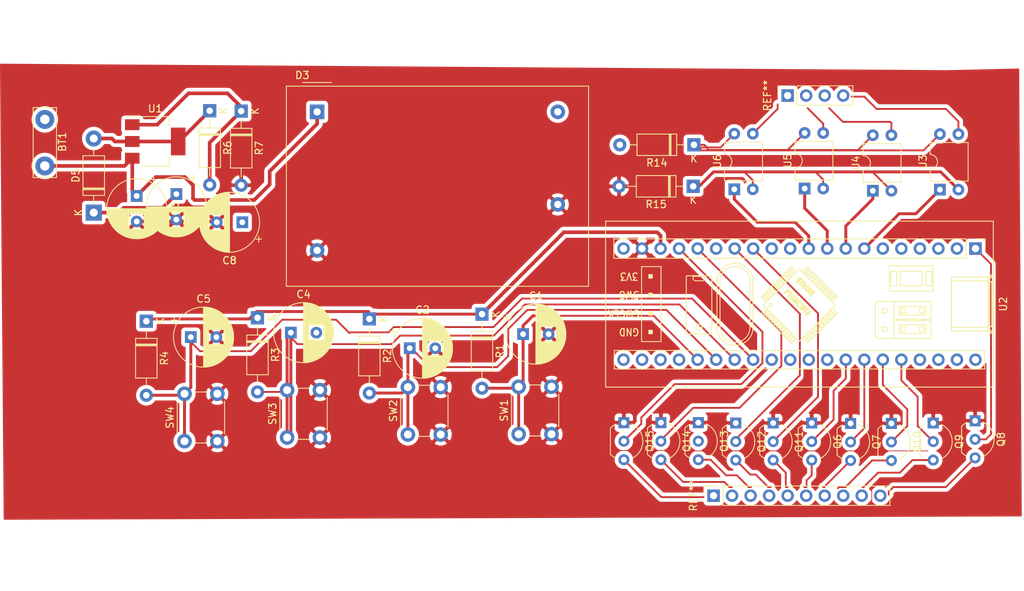
<source format=kicad_pcb>
(kicad_pcb (version 20171130) (host pcbnew "(5.1.9)-1")
  (layers (0 F.Cu signal) (31 B.Cu signal) (34 B.Paste user) (35 F.Paste user) (36 B.SilkS user) (37 F.SilkS user) (38 B.Mask user) (39 F.Mask user) (44 Edge.Cuts user))
  (net 0 "")
  (net 1 "Net-(BT1-Pad1)")
  (net 2 GND)
  (net 3 "Net-(C7-Pad1)")
  (net 4 /V)
  (net 5 "Net-(D9-Pad1)")
  (net 6 "Net-(D11-Pad1)")
  (net 7 "Net-(D12-Pad1)")
  (net 8 /X0)
  (net 9 /X9)
  (net 10 /X8)
  (net 11 /X7)
  (net 12 /X6)
  (net 13 /Y4)
  (net 14 /Y3)
  (net 15 /X1)
  (net 16 /Y2)
  (net 17 /X2)
  (net 18 /X5)
  (net 19 /X4)
  (net 20 /X3)
  (net 21 "Net-(D14-Pad1)")
  (net 22 "Net-(R6-Pad2)")
  (net 23 "Net-(R14-Pad1)")
  (net 24 "Net-(R15-Pad1)")
  (net 25 "Net-(D3-Pad3)")
  (net 26 "Net-(D18-Pad1)")
  (net 27 "Net-(D19-Pad1)")
  (net 28 "Net-(D21-Pad1)")
  (net 29 "Net-(D22-Pad1)")
  (net 30 "Net-(D15-Pad1)")
  (net 31 "Net-(D16-Pad1)")
  (net 32 "Net-(D17-Pad1)")
  (net 33 "Net-(D20-Pad1)")
  (net 34 "Net-(D25-Pad1)")
  (net 35 "Net-(D29-Pad1)")
  (net 36 "Net-(U2-Pad20)")
  (net 37 "Net-(U2-Pad21)")
  (net 38 "Net-(U2-Pad22)")
  (net 39 "Net-(U2-Pad23)")
  (net 40 "Net-(U2-Pad24)")
  (net 41 "Net-(U2-Pad12)")
  (net 42 "Net-(U2-Pad29)")
  (net 43 "Net-(U2-Pad11)")
  (net 44 "Net-(U2-Pad30)")
  (net 45 "Net-(U2-Pad31)")
  (net 46 "Net-(U2-Pad32)")
  (net 47 /Y1)
  (net 48 "Net-(U2-Pad6)")
  (net 49 "Net-(U2-Pad5)")
  (net 50 "Net-(U2-Pad4)")
  (net 51 "Net-(U2-Pad37)")
  (net 52 "Net-(U2-Pad3)")
  (net 53 "Net-(U2-Pad38)")
  (net 54 "Net-(U2-Pad2)")
  (net 55 "Net-(U2-Pad39)")
  (net 56 "Net-(U2-Pad40)")
  (net 57 /buff_tame_1)
  (net 58 /buff_tame_2)
  (net 59 /buff_tame_3)
  (net 60 /buff_tame_4)
  (module Footprints:YAAJ_BluePill_1 (layer F.Cu) (at 212.7504 97.3836 270)
    (fp_text reference U2 (at 7.62 -3.81 90) (layer F.SilkS))
    (fp_text value YAAJ_BluePill_Part_Like hide)
    (fp_text user GND (at 11.43 47.498 180 unlocked) (layer F.SilkS) (effects (font (size 1 0.9))))
    (fp_text user SWCLK (at 8.89 48.26 180 unlocked) (layer F.SilkS) (effects (font (size 1 0.9))))
    (fp_text user SWO (at 6.35 47.498 180 unlocked) (layer F.SilkS) (effects (font (size 1 0.9))))
    (fp_text user 3V3 (at 3.81 47.498 180 unlocked) (layer F.SilkS) (effects (font (size 1 0.9))))
    (pad 20 thru_hole circle (at 0 48.26 270) (size 1.7 1.7) (drill 1) (layers *.Cu *.Mask) (net 36 "Net-(U2-Pad20)"))
    (pad 21 thru_hole circle (at 15.24 48.26 270) (size 1.7 1.7) (drill 1) (layers *.Cu *.Mask) (net 37 "Net-(U2-Pad21)"))
    (pad 19 thru_hole circle (at 0 45.72 270) (size 1.7 1.7) (drill 1) (layers *.Cu *.Mask) (net 2 GND))
    (pad 22 thru_hole circle (at 15.24 45.72 270) (size 1.7 1.7) (drill 1) (layers *.Cu *.Mask) (net 38 "Net-(U2-Pad22)"))
    (pad 18 thru_hole circle (at 0 43.18 270) (size 1.7 1.7) (drill 1) (layers *.Cu *.Mask) (net 4 /V))
    (pad 23 thru_hole circle (at 15.24 43.18 270) (size 1.7 1.7) (drill 1) (layers *.Cu *.Mask) (net 39 "Net-(U2-Pad23)"))
    (pad 17 thru_hole circle (at 0 40.64 270) (size 1.7 1.7) (drill 1) (layers *.Cu *.Mask) (net 8 /X0))
    (pad 24 thru_hole circle (at 15.24 40.64 270) (size 1.7 1.7) (drill 1) (layers *.Cu *.Mask) (net 40 "Net-(U2-Pad24)"))
    (pad 16 thru_hole circle (at 0 38.1 270) (size 1.7 1.7) (drill 1) (layers *.Cu *.Mask) (net 9 /X9))
    (pad 25 thru_hole circle (at 15.24 38.1 270) (size 1.7 1.7) (drill 1) (layers *.Cu *.Mask) (net 57 /buff_tame_1))
    (pad 15 thru_hole circle (at 0 35.56 270) (size 1.7 1.7) (drill 1) (layers *.Cu *.Mask) (net 10 /X8))
    (pad 26 thru_hole circle (at 15.24 35.56 270) (size 1.7 1.7) (drill 1) (layers *.Cu *.Mask) (net 58 /buff_tame_2))
    (pad 14 thru_hole circle (at 0 33.02 270) (size 1.7 1.7) (drill 1) (layers *.Cu *.Mask) (net 11 /X7))
    (pad 27 thru_hole circle (at 15.24 33.02 270) (size 1.7 1.7) (drill 1) (layers *.Cu *.Mask) (net 59 /buff_tame_3))
    (pad 13 thru_hole circle (at 0 30.48 270) (size 1.7 1.7) (drill 1) (layers *.Cu *.Mask) (net 12 /X6))
    (pad 28 thru_hole circle (at 15.24 30.48 270) (size 1.7 1.7) (drill 1) (layers *.Cu *.Mask) (net 60 /buff_tame_4))
    (pad 12 thru_hole circle (at 0 27.94 270) (size 1.7 1.7) (drill 1) (layers *.Cu *.Mask) (net 41 "Net-(U2-Pad12)"))
    (pad 29 thru_hole circle (at 15.24 27.94 270) (size 1.7 1.7) (drill 1) (layers *.Cu *.Mask) (net 42 "Net-(U2-Pad29)"))
    (pad 11 thru_hole circle (at 0 25.4 270) (size 1.7 1.7) (drill 1) (layers *.Cu *.Mask) (net 43 "Net-(U2-Pad11)"))
    (pad 30 thru_hole circle (at 15.24 25.4 270) (size 1.7 1.7) (drill 1) (layers *.Cu *.Mask) (net 44 "Net-(U2-Pad30)"))
    (pad 10 thru_hole circle (at 0 22.86 270) (size 1.7 1.7) (drill 1) (layers *.Cu *.Mask) (net 13 /Y4))
    (pad 31 thru_hole circle (at 15.24 22.86 270) (size 1.7 1.7) (drill 1) (layers *.Cu *.Mask) (net 45 "Net-(U2-Pad31)"))
    (pad 9 thru_hole circle (at 0 20.32 270) (size 1.7 1.7) (drill 1) (layers *.Cu *.Mask) (net 14 /Y3))
    (pad 32 thru_hole circle (at 15.24 20.32 270) (size 1.7 1.7) (drill 1) (layers *.Cu *.Mask) (net 46 "Net-(U2-Pad32)"))
    (pad 8 thru_hole circle (at 0 17.78 270) (size 1.7 1.7) (drill 1) (layers *.Cu *.Mask) (net 16 /Y2))
    (pad 33 thru_hole circle (at 15.24 17.78 270) (size 1.7 1.7) (drill 1) (layers *.Cu *.Mask) (net 15 /X1))
    (pad 7 thru_hole circle (at 0 15.24 270) (size 1.7 1.7) (drill 1) (layers *.Cu *.Mask) (net 47 /Y1))
    (pad 34 thru_hole circle (at 15.24 15.24 270) (size 1.7 1.7) (drill 1) (layers *.Cu *.Mask) (net 17 /X2))
    (pad 6 thru_hole circle (at 0 12.7 270) (size 1.7 1.7) (drill 1) (layers *.Cu *.Mask) (net 48 "Net-(U2-Pad6)"))
    (pad 35 thru_hole circle (at 15.24 12.7 270) (size 1.7 1.7) (drill 1) (layers *.Cu *.Mask) (net 18 /X5))
    (pad 5 thru_hole circle (at 0 10.16 270) (size 1.7 1.7) (drill 1) (layers *.Cu *.Mask) (net 49 "Net-(U2-Pad5)"))
    (pad 36 thru_hole circle (at 15.24 10.16 270) (size 1.7 1.7) (drill 1) (layers *.Cu *.Mask) (net 19 /X4))
    (pad 4 thru_hole circle (at 0 7.62 270) (size 1.7 1.7) (drill 1) (layers *.Cu *.Mask) (net 50 "Net-(U2-Pad4)"))
    (pad 37 thru_hole circle (at 15.24 7.62 270) (size 1.7 1.7) (drill 1) (layers *.Cu *.Mask) (net 51 "Net-(U2-Pad37)"))
    (pad 3 thru_hole circle (at 0 5.08 270) (size 1.7 1.7) (drill 1) (layers *.Cu *.Mask) (net 52 "Net-(U2-Pad3)"))
    (pad 38 thru_hole circle (at 15.24 5.08 270) (size 1.7 1.7) (drill 1) (layers *.Cu *.Mask) (net 53 "Net-(U2-Pad38)"))
    (pad 2 thru_hole circle (at 0 2.54 270) (size 1.7 1.7) (drill 1) (layers *.Cu *.Mask) (net 54 "Net-(U2-Pad2)"))
    (pad 39 thru_hole circle (at 15.24 2.54 270) (size 1.7 1.7) (drill 1) (layers *.Cu *.Mask) (net 55 "Net-(U2-Pad39)"))
    (pad 1 thru_hole rect (at 0 0 270) (size 1.7 1.7) (drill 1) (layers *.Cu *.Mask) (net 20 /X3))
    (pad 40 thru_hole circle (at 15.24 0 270) (size 1.7 1.7) (drill 1) (layers *.Cu *.Mask) (net 56 "Net-(U2-Pad40)"))
  )
  (module Package_TO_SOT_THT:TO-92_Inline_Wide (layer F.Cu) (at 164.5412 121.2596 270)
    (fp_text reference Q15 (at 2.54 -3.56 90) (layer F.SilkS))
    (fp_text value MPSA42)
    (pad 1 thru_hole rect (at 0 0 270) (size 1.5 1.5) (drill 0.8) (layers *.Cu *.Mask) (net 2 GND))
    (pad 3 thru_hole circle (at 5.08 0 270) (size 1.5 1.5) (drill 0.8) (layers *.Cu *.Mask) (net 35 "Net-(D29-Pad1)"))
    (pad 2 thru_hole circle (at 2.54 0 270) (size 1.5 1.5) (drill 0.8) (layers *.Cu *.Mask) (net 8 /X0))
  )
  (module Package_TO_SOT_THT:TO-92_Inline_Wide (layer F.Cu) (at 169.6212 121.2596 270)
    (fp_text reference Q14 (at 2.54 -3.56 90) (layer F.SilkS))
    (fp_text value MPSA42)
    (pad 1 thru_hole rect (at 0 0 270) (size 1.5 1.5) (drill 0.8) (layers *.Cu *.Mask) (net 2 GND))
    (pad 3 thru_hole circle (at 5.08 0 270) (size 1.5 1.5) (drill 0.8) (layers *.Cu *.Mask) (net 34 "Net-(D25-Pad1)"))
    (pad 2 thru_hole circle (at 2.54 0 270) (size 1.5 1.5) (drill 0.8) (layers *.Cu *.Mask) (net 9 /X9))
  )
  (module Package_TO_SOT_THT:TO-92_Inline_Wide (layer F.Cu) (at 174.752 121.2596 270)
    (fp_text reference Q13 (at 2.54 -3.56 90) (layer F.SilkS))
    (fp_text value MPSA42)
    (pad 1 thru_hole rect (at 0 0 270) (size 1.5 1.5) (drill 0.8) (layers *.Cu *.Mask) (net 2 GND))
    (pad 3 thru_hole circle (at 5.08 0 270) (size 1.5 1.5) (drill 0.8) (layers *.Cu *.Mask) (net 33 "Net-(D20-Pad1)"))
    (pad 2 thru_hole circle (at 2.54 0 270) (size 1.5 1.5) (drill 0.8) (layers *.Cu *.Mask) (net 10 /X8))
  )
  (module Package_TO_SOT_THT:TO-92_Inline_Wide (layer F.Cu) (at 179.8828 121.3104 270)
    (fp_text reference Q12 (at 2.54 -3.56 90) (layer F.SilkS))
    (fp_text value MPSA42)
    (pad 1 thru_hole rect (at 0 0 270) (size 1.5 1.5) (drill 0.8) (layers *.Cu *.Mask) (net 2 GND))
    (pad 3 thru_hole circle (at 5.08 0 270) (size 1.5 1.5) (drill 0.8) (layers *.Cu *.Mask) (net 32 "Net-(D17-Pad1)"))
    (pad 2 thru_hole circle (at 2.54 0 270) (size 1.5 1.5) (drill 0.8) (layers *.Cu *.Mask) (net 11 /X7))
  )
  (module Package_TO_SOT_THT:TO-92_Inline_Wide (layer F.Cu) (at 185.0136 121.3104 270)
    (fp_text reference Q11 (at 2.54 -3.56 90) (layer F.SilkS))
    (fp_text value MPSA42)
    (pad 1 thru_hole rect (at 0 0 270) (size 1.5 1.5) (drill 0.8) (layers *.Cu *.Mask) (net 2 GND))
    (pad 3 thru_hole circle (at 5.08 0 270) (size 1.5 1.5) (drill 0.8) (layers *.Cu *.Mask) (net 31 "Net-(D16-Pad1)"))
    (pad 2 thru_hole circle (at 2.54 0 270) (size 1.5 1.5) (drill 0.8) (layers *.Cu *.Mask) (net 12 /X6))
  )
  (module Package_TO_SOT_THT:TO-92_Inline_Wide (layer F.Cu) (at 201.2188 121.3612 270)
    (fp_text reference Q10 (at 2.54 -3.56 90) (layer F.SilkS))
    (fp_text value MPSA42)
    (pad 1 thru_hole rect (at 0 0 270) (size 1.5 1.5) (drill 0.8) (layers *.Cu *.Mask) (net 2 GND))
    (pad 3 thru_hole circle (at 5.08 0 270) (size 1.5 1.5) (drill 0.8) (layers *.Cu *.Mask) (net 30 "Net-(D15-Pad1)"))
    (pad 2 thru_hole circle (at 2.54 0 270) (size 1.5 1.5) (drill 0.8) (layers *.Cu *.Mask) (net 18 /X5))
  )
  (module Package_TO_SOT_THT:TO-92_Inline_Wide (layer F.Cu) (at 206.9592 121.3104 270)
    (fp_text reference Q9 (at 2.54 -3.56 90) (layer F.SilkS))
    (fp_text value MPSA42)
    (pad 1 thru_hole rect (at 0 0 270) (size 1.5 1.5) (drill 0.8) (layers *.Cu *.Mask) (net 2 GND))
    (pad 3 thru_hole circle (at 5.08 0 270) (size 1.5 1.5) (drill 0.8) (layers *.Cu *.Mask) (net 29 "Net-(D22-Pad1)"))
    (pad 2 thru_hole circle (at 2.54 0 270) (size 1.5 1.5) (drill 0.8) (layers *.Cu *.Mask) (net 19 /X4))
  )
  (module Package_TO_SOT_THT:TO-92_Inline_Wide (layer F.Cu) (at 212.6996 121.0056 270)
    (fp_text reference Q8 (at 2.54 -3.56 90) (layer F.SilkS))
    (fp_text value MPSA42)
    (pad 1 thru_hole rect (at 0 0 270) (size 1.5 1.5) (drill 0.8) (layers *.Cu *.Mask) (net 2 GND))
    (pad 3 thru_hole circle (at 5.08 0 270) (size 1.5 1.5) (drill 0.8) (layers *.Cu *.Mask) (net 28 "Net-(D21-Pad1)"))
    (pad 2 thru_hole circle (at 2.54 0 270) (size 1.5 1.5) (drill 0.8) (layers *.Cu *.Mask) (net 20 /X3))
  )
  (module Package_TO_SOT_THT:TO-92_Inline_Wide (layer F.Cu) (at 195.6308 121.3612 270)
    (fp_text reference Q7 (at 2.54 -3.56 90) (layer F.SilkS))
    (fp_text value MPSA42)
    (pad 1 thru_hole rect (at 0 0 270) (size 1.5 1.5) (drill 0.8) (layers *.Cu *.Mask) (net 2 GND))
    (pad 3 thru_hole circle (at 5.08 0 270) (size 1.5 1.5) (drill 0.8) (layers *.Cu *.Mask) (net 27 "Net-(D19-Pad1)"))
    (pad 2 thru_hole circle (at 2.54 0 270) (size 1.5 1.5) (drill 0.8) (layers *.Cu *.Mask) (net 17 /X2))
  )
  (module Package_TO_SOT_THT:TO-92_Inline_Wide (layer F.Cu) (at 190.2968 121.3104 270)
    (fp_text reference Q6 (at 2.54 -3.56 90) (layer F.SilkS))
    (fp_text value MPSA42)
    (pad 1 thru_hole rect (at 0 0 270) (size 1.5 1.5) (drill 0.8) (layers *.Cu *.Mask) (net 2 GND))
    (pad 3 thru_hole circle (at 5.08 0 270) (size 1.5 1.5) (drill 0.8) (layers *.Cu *.Mask) (net 26 "Net-(D18-Pad1)"))
    (pad 2 thru_hole circle (at 2.54 0 270) (size 1.5 1.5) (drill 0.8) (layers *.Cu *.Mask) (net 15 /X1))
  )
  (module Package_DIP:DIP-4_W7.62mm (layer F.Cu) (at 179.6796 89.2556 90)
    (fp_text reference U6 (at 3.81 -2.33 90) (layer F.SilkS))
    (fp_text value TLP627)
    (pad 4 thru_hole oval (at 7.62 0 90) (size 1.6 1.6) (drill 0.8) (layers *.Cu *.Mask) (net 23 "Net-(R14-Pad1)"))
    (pad 2 thru_hole oval (at 0 2.54 90) (size 1.6 1.6) (drill 0.8) (layers *.Cu *.Mask) (net 24 "Net-(R15-Pad1)"))
    (pad 3 thru_hole oval (at 7.62 2.54 90) (size 1.6 1.6) (drill 0.8) (layers *.Cu *.Mask) (net 5 "Net-(D9-Pad1)"))
    (pad 1 thru_hole rect (at 0 0 90) (size 1.6 1.6) (drill 0.8) (layers *.Cu *.Mask) (net 13 /Y4))
  )
  (module Package_DIP:DIP-4_W7.62mm (layer F.Cu) (at 189.3316 89.154 90)
    (fp_text reference U5 (at 3.81 -2.33 90) (layer F.SilkS))
    (fp_text value TLP627)
    (pad 4 thru_hole oval (at 7.62 0 90) (size 1.6 1.6) (drill 0.8) (layers *.Cu *.Mask) (net 23 "Net-(R14-Pad1)"))
    (pad 2 thru_hole oval (at 0 2.54 90) (size 1.6 1.6) (drill 0.8) (layers *.Cu *.Mask) (net 24 "Net-(R15-Pad1)"))
    (pad 3 thru_hole oval (at 7.62 2.54 90) (size 1.6 1.6) (drill 0.8) (layers *.Cu *.Mask) (net 6 "Net-(D11-Pad1)"))
    (pad 1 thru_hole rect (at 0 0 90) (size 1.6 1.6) (drill 0.8) (layers *.Cu *.Mask) (net 14 /Y3))
  )
  (module Package_DIP:DIP-4_W7.62mm (layer F.Cu) (at 198.6788 89.4588 90)
    (fp_text reference U4 (at 3.81 -2.33 90) (layer F.SilkS))
    (fp_text value TLP627)
    (pad 4 thru_hole oval (at 7.62 0 90) (size 1.6 1.6) (drill 0.8) (layers *.Cu *.Mask) (net 23 "Net-(R14-Pad1)"))
    (pad 2 thru_hole oval (at 0 2.54 90) (size 1.6 1.6) (drill 0.8) (layers *.Cu *.Mask) (net 24 "Net-(R15-Pad1)"))
    (pad 3 thru_hole oval (at 7.62 2.54 90) (size 1.6 1.6) (drill 0.8) (layers *.Cu *.Mask) (net 7 "Net-(D12-Pad1)"))
    (pad 1 thru_hole rect (at 0 0 90) (size 1.6 1.6) (drill 0.8) (layers *.Cu *.Mask) (net 16 /Y2))
  )
  (module Package_DIP:DIP-4_W7.62mm (layer F.Cu) (at 207.8736 89.3064 90)
    (fp_text reference U3 (at 3.81 -2.33 90) (layer F.SilkS))
    (fp_text value TLP627)
    (pad 4 thru_hole oval (at 7.62 0 90) (size 1.6 1.6) (drill 0.8) (layers *.Cu *.Mask) (net 23 "Net-(R14-Pad1)"))
    (pad 2 thru_hole oval (at 0 2.54 90) (size 1.6 1.6) (drill 0.8) (layers *.Cu *.Mask) (net 24 "Net-(R15-Pad1)"))
    (pad 3 thru_hole oval (at 7.62 2.54 90) (size 1.6 1.6) (drill 0.8) (layers *.Cu *.Mask) (net 21 "Net-(D14-Pad1)"))
    (pad 1 thru_hole rect (at 0 0 90) (size 1.6 1.6) (drill 0.8) (layers *.Cu *.Mask) (net 47 /Y1))
  )
  (module Package_TO_SOT_SMD:SOT-223-3_TabPin2 (layer F.Cu) (at 100.2792 82.7024)
    (fp_text reference U1 (at 0 -4.5) (layer F.SilkS))
    (fp_text value LM317_SOT-223)
    (pad 1 smd rect (at -3.15 -2.3) (size 2 1.5) (layers F.Cu F.Paste F.Mask) (net 22 "Net-(R6-Pad2)"))
    (pad 3 smd rect (at -3.15 2.3) (size 2 1.5) (layers F.Cu F.Paste F.Mask) (net 1 "Net-(BT1-Pad1)"))
    (pad 2 smd rect (at -3.15 0) (size 2 1.5) (layers F.Cu F.Paste F.Mask) (net 4 /V))
    (pad 2 smd rect (at 3.15 0) (size 2 3.8) (layers F.Cu F.Paste F.Mask) (net 4 /V))
  )
  (module Button_Switch_THT:SW_PUSH_6mm (layer F.Cu) (at 104.2924 123.7996 90)
    (fp_text reference SW4 (at 3.25 -2 90) (layer F.SilkS))
    (fp_text value SW_Push)
    (pad 1 thru_hole circle (at 6.5 0 180) (size 2 2) (drill 1.1) (layers *.Cu *.Mask) (net 60 /buff_tame_4))
    (pad 2 thru_hole circle (at 6.5 4.5 180) (size 2 2) (drill 1.1) (layers *.Cu *.Mask) (net 2 GND))
    (pad 1 thru_hole circle (at 0 0 180) (size 2 2) (drill 1.1) (layers *.Cu *.Mask) (net 60 /buff_tame_4))
    (pad 2 thru_hole circle (at 0 4.5 180) (size 2 2) (drill 1.1) (layers *.Cu *.Mask) (net 2 GND))
  )
  (module Button_Switch_THT:SW_PUSH_6mm (layer F.Cu) (at 118.364 123.2916 90)
    (fp_text reference SW3 (at 3.25 -2 90) (layer F.SilkS))
    (fp_text value SW_Push)
    (pad 1 thru_hole circle (at 6.5 0 180) (size 2 2) (drill 1.1) (layers *.Cu *.Mask) (net 59 /buff_tame_3))
    (pad 2 thru_hole circle (at 6.5 4.5 180) (size 2 2) (drill 1.1) (layers *.Cu *.Mask) (net 2 GND))
    (pad 1 thru_hole circle (at 0 0 180) (size 2 2) (drill 1.1) (layers *.Cu *.Mask) (net 59 /buff_tame_3))
    (pad 2 thru_hole circle (at 0 4.5 180) (size 2 2) (drill 1.1) (layers *.Cu *.Mask) (net 2 GND))
  )
  (module Button_Switch_THT:SW_PUSH_6mm (layer F.Cu) (at 134.9248 122.8852 90)
    (fp_text reference SW2 (at 3.25 -2 90) (layer F.SilkS))
    (fp_text value SW_Push)
    (pad 1 thru_hole circle (at 6.5 0 180) (size 2 2) (drill 1.1) (layers *.Cu *.Mask) (net 58 /buff_tame_2))
    (pad 2 thru_hole circle (at 6.5 4.5 180) (size 2 2) (drill 1.1) (layers *.Cu *.Mask) (net 2 GND))
    (pad 1 thru_hole circle (at 0 0 180) (size 2 2) (drill 1.1) (layers *.Cu *.Mask) (net 58 /buff_tame_2))
    (pad 2 thru_hole circle (at 0 4.5 180) (size 2 2) (drill 1.1) (layers *.Cu *.Mask) (net 2 GND))
  )
  (module Button_Switch_THT:SW_PUSH_6mm (layer F.Cu) (at 150.114 122.8344 90)
    (fp_text reference SW1 (at 3.25 -2 90) (layer F.SilkS))
    (fp_text value SW_Push)
    (pad 1 thru_hole circle (at 6.5 0 180) (size 2 2) (drill 1.1) (layers *.Cu *.Mask) (net 57 /buff_tame_1))
    (pad 2 thru_hole circle (at 6.5 4.5 180) (size 2 2) (drill 1.1) (layers *.Cu *.Mask) (net 2 GND))
    (pad 1 thru_hole circle (at 0 0 180) (size 2 2) (drill 1.1) (layers *.Cu *.Mask) (net 57 /buff_tame_1))
    (pad 2 thru_hole circle (at 0 4.5 180) (size 2 2) (drill 1.1) (layers *.Cu *.Mask) (net 2 GND))
  )
  (module Diode_THT:D_A-405_P10.16mm_Horizontal (layer F.Cu) (at 174.0408 88.8492 180)
    (fp_text reference R15 (at 5.08 -2.47) (layer F.SilkS))
    (fp_text value 470)
    (fp_text user K (at 0 -1.9) (layer F.SilkS))
    (pad 2 thru_hole oval (at 10.16 0 180) (size 1.8 1.8) (drill 0.9) (layers *.Cu *.Mask) (net 2 GND))
    (pad 1 thru_hole rect (at 0 0 180) (size 1.8 1.8) (drill 0.9) (layers *.Cu *.Mask) (net 24 "Net-(R15-Pad1)"))
  )
  (module Diode_THT:D_A-405_P10.16mm_Horizontal (layer F.Cu) (at 174.1424 83.1596 180)
    (fp_text reference R14 (at 5.08 -2.47) (layer F.SilkS))
    (fp_text value 72k)
    (fp_text user K (at 0 -1.9) (layer F.SilkS))
    (pad 2 thru_hole oval (at 10.16 0 180) (size 1.8 1.8) (drill 0.9) (layers *.Cu *.Mask) (net 25 "Net-(D3-Pad3)"))
    (pad 1 thru_hole rect (at 0 0 180) (size 1.8 1.8) (drill 0.9) (layers *.Cu *.Mask) (net 23 "Net-(R14-Pad1)"))
  )
  (module Diode_THT:D_A-405_P10.16mm_Horizontal (layer F.Cu) (at 112.0648 78.5368 270)
    (fp_text reference R7 (at 5.08 -2.47 90) (layer F.SilkS))
    (fp_text value 11k)
    (fp_text user K (at 0 -1.9 90) (layer F.SilkS))
    (pad 2 thru_hole oval (at 10.16 0 270) (size 1.8 1.8) (drill 0.9) (layers *.Cu *.Mask) (net 2 GND))
    (pad 1 thru_hole rect (at 0 0 270) (size 1.8 1.8) (drill 0.9) (layers *.Cu *.Mask) (net 22 "Net-(R6-Pad2)"))
  )
  (module Diode_THT:D_A-405_P10.16mm_Horizontal (layer F.Cu) (at 107.7468 78.486 270)
    (fp_text reference R6 (at 5.08 -2.47 90) (layer F.SilkS))
    (fp_text value 4k)
    (fp_text user K (at 0 -1.9 90) (layer F.SilkS))
    (pad 2 thru_hole oval (at 10.16 0 270) (size 1.8 1.8) (drill 0.9) (layers *.Cu *.Mask) (net 22 "Net-(R6-Pad2)"))
    (pad 1 thru_hole rect (at 0 0 270) (size 1.8 1.8) (drill 0.9) (layers *.Cu *.Mask) (net 4 /V))
  )
  (module Diode_THT:D_A-405_P10.16mm_Horizontal (layer F.Cu) (at 99.06 107.3404 270)
    (fp_text reference R4 (at 5.08 -2.47 90) (layer F.SilkS))
    (fp_text value 1k)
    (fp_text user K (at 0 -1.9 90) (layer F.SilkS))
    (pad 2 thru_hole oval (at 10.16 0 270) (size 1.8 1.8) (drill 0.9) (layers *.Cu *.Mask) (net 60 /buff_tame_4))
    (pad 1 thru_hole rect (at 0 0 270) (size 1.8 1.8) (drill 0.9) (layers *.Cu *.Mask) (net 4 /V))
  )
  (module Diode_THT:D_A-405_P10.16mm_Horizontal (layer F.Cu) (at 114.3 106.8832 270)
    (fp_text reference R3 (at 5.08 -2.47 90) (layer F.SilkS))
    (fp_text value 1k)
    (fp_text user K (at 0 -1.9 90) (layer F.SilkS))
    (pad 2 thru_hole oval (at 10.16 0 270) (size 1.8 1.8) (drill 0.9) (layers *.Cu *.Mask) (net 59 /buff_tame_3))
    (pad 1 thru_hole rect (at 0 0 270) (size 1.8 1.8) (drill 0.9) (layers *.Cu *.Mask) (net 4 /V))
  )
  (module Diode_THT:D_A-405_P10.16mm_Horizontal (layer F.Cu) (at 129.6416 107.0356 270)
    (fp_text reference R2 (at 5.08 -2.47 90) (layer F.SilkS))
    (fp_text value 1k)
    (fp_text user K (at 0 -1.9 90) (layer F.SilkS))
    (pad 2 thru_hole oval (at 10.16 0 270) (size 1.8 1.8) (drill 0.9) (layers *.Cu *.Mask) (net 58 /buff_tame_2))
    (pad 1 thru_hole rect (at 0 0 270) (size 1.8 1.8) (drill 0.9) (layers *.Cu *.Mask) (net 4 /V))
  )
  (module Diode_THT:D_A-405_P10.16mm_Horizontal (layer F.Cu) (at 145.0848 106.3752 270)
    (fp_text reference R1 (at 5.08 -2.47 90) (layer F.SilkS))
    (fp_text value 1k)
    (fp_text user K (at 0 -1.9 90) (layer F.SilkS))
    (pad 2 thru_hole oval (at 10.16 0 270) (size 1.8 1.8) (drill 0.9) (layers *.Cu *.Mask) (net 57 /buff_tame_1))
    (pad 1 thru_hole rect (at 0 0 270) (size 1.8 1.8) (drill 0.9) (layers *.Cu *.Mask) (net 4 /V))
  )
  (module Diode_THT:D_DO-41_SOD81_P10.16mm_Horizontal (layer F.Cu) (at 91.8464 92.456 90)
    (fp_text reference D5 (at 5.08 -2.47 90) (layer F.SilkS))
    (fp_text value 1N4002)
    (fp_text user K (at 0 -2.1 90) (layer F.SilkS))
    (pad 2 thru_hole oval (at 10.16 0 90) (size 2.2 2.2) (drill 1.1) (layers *.Cu *.Mask) (net 4 /V))
    (pad 1 thru_hole rect (at 0 0 90) (size 2.2 2.2) (drill 1.1) (layers *.Cu *.Mask) (net 3 "Net-(C7-Pad1)"))
  )
  (module Converter_ACDC:Converter_ACDC_TRACO_TMG-15_THT (layer F.Cu) (at 122.4788 78.6384)
    (fp_text reference D3 (at -2.03 -5.01) (layer F.SilkS))
    (fp_text value dc-ac_180v)
    (pad 4 thru_hole circle (at 33 12.7) (size 2 2) (drill 1) (layers *.Cu *.Mask) (net 2 GND))
    (pad 3 thru_hole circle (at 33 0) (size 2 2) (drill 1) (layers *.Cu *.Mask) (net 25 "Net-(D3-Pad3)"))
    (pad 2 thru_hole circle (at 0 19) (size 2 2) (drill 1) (layers *.Cu *.Mask) (net 2 GND))
    (pad 1 thru_hole rect (at 0 0) (size 2 2) (drill 1) (layers *.Cu *.Mask) (net 1 "Net-(BT1-Pad1)"))
  )
  (module Capacitor_THT:CP_Radial_D8.0mm_P3.50mm (layer F.Cu) (at 112.2172 93.7768 180)
    (fp_text reference C8 (at 1.75 -5.25) (layer F.SilkS))
    (fp_text value 1u)
    (pad 2 thru_hole circle (at 3.5 0 180) (size 1.6 1.6) (drill 0.8) (layers *.Cu *.Mask) (net 2 GND))
    (pad 1 thru_hole rect (at 0 0 180) (size 1.6 1.6) (drill 0.8) (layers *.Cu *.Mask) (net 4 /V))
  )
  (module Capacitor_THT:CP_Radial_D8.0mm_P3.50mm (layer F.Cu) (at 103.1748 89.916 270)
    (fp_text reference C7 (at 1.75 -5.25 90) (layer F.SilkS))
    (fp_text value 10u)
    (pad 2 thru_hole circle (at 3.5 0 270) (size 1.6 1.6) (drill 0.8) (layers *.Cu *.Mask) (net 2 GND))
    (pad 1 thru_hole rect (at 0 0 270) (size 1.6 1.6) (drill 0.8) (layers *.Cu *.Mask) (net 3 "Net-(C7-Pad1)"))
  )
  (module Capacitor_THT:CP_Radial_D8.0mm_P3.50mm (layer F.Cu) (at 105.156 109.5248)
    (fp_text reference C5 (at 1.75 -5.25) (layer F.SilkS))
    (fp_text value 1u)
    (pad 2 thru_hole circle (at 3.5 0) (size 1.6 1.6) (drill 0.8) (layers *.Cu *.Mask) (net 2 GND))
    (pad 1 thru_hole rect (at 0 0) (size 1.6 1.6) (drill 0.8) (layers *.Cu *.Mask) (net 60 /buff_tame_4))
  )
  (module Capacitor_THT:CP_Radial_D8.0mm_P3.50mm (layer F.Cu) (at 118.872 108.9152)
    (fp_text reference C4 (at 1.75 -5.25) (layer F.SilkS))
    (fp_text value 1u)
    (pad 2 thru_hole circle (at 3.5 0) (size 1.6 1.6) (drill 0.8) (layers *.Cu *.Mask) (net 2 GND))
    (pad 1 thru_hole rect (at 0 0) (size 1.6 1.6) (drill 0.8) (layers *.Cu *.Mask) (net 59 /buff_tame_3))
  )
  (module Capacitor_THT:CP_Radial_D8.0mm_P3.50mm (layer F.Cu) (at 97.7392 90.17 270)
    (fp_text reference C3 (at 1.75 -5.25 90) (layer F.SilkS))
    (fp_text value 0.1u)
    (pad 2 thru_hole circle (at 3.5 0 270) (size 1.6 1.6) (drill 0.8) (layers *.Cu *.Mask) (net 2 GND))
    (pad 1 thru_hole rect (at 0 0 270) (size 1.6 1.6) (drill 0.8) (layers *.Cu *.Mask) (net 1 "Net-(BT1-Pad1)"))
  )
  (module Capacitor_THT:CP_Radial_D8.0mm_P3.50mm (layer F.Cu) (at 135.1788 111.0488)
    (fp_text reference C2 (at 1.75 -5.25) (layer F.SilkS))
    (fp_text value 1u)
    (pad 2 thru_hole circle (at 3.5 0) (size 1.6 1.6) (drill 0.8) (layers *.Cu *.Mask) (net 2 GND))
    (pad 1 thru_hole rect (at 0 0) (size 1.6 1.6) (drill 0.8) (layers *.Cu *.Mask) (net 58 /buff_tame_2))
  )
  (module Capacitor_THT:CP_Radial_D8.0mm_P3.50mm (layer F.Cu) (at 150.7236 109.1184)
    (fp_text reference C1 (at 1.75 -5.25) (layer F.SilkS))
    (fp_text value 1u)
    (pad 2 thru_hole circle (at 3.5 0) (size 1.6 1.6) (drill 0.8) (layers *.Cu *.Mask) (net 2 GND))
    (pad 1 thru_hole rect (at 0 0) (size 1.6 1.6) (drill 0.8) (layers *.Cu *.Mask) (net 57 /buff_tame_1))
  )
  (module TestPoint:TestPoint_Bridge_Pitch6.35mm_Drill1.3mm (layer F.Cu) (at 85.1408 86.0552 90)
    (fp_text reference BT1 (at 3.3 2.4 90) (layer F.SilkS))
    (fp_text value Battery_Cell)
    (pad 1 thru_hole circle (at 6.38 0 90) (size 2.6 2.6) (drill 1.3) (layers *.Cu *.Mask) (net 1 "Net-(BT1-Pad1)"))
    (pad 1 thru_hole circle (at 0 0 90) (size 2.6 2.6) (drill 1.3) (layers *.Cu *.Mask) (net 1 "Net-(BT1-Pad1)"))
  )
  (module Connector_PinSocket_2.54mm:PinSocket_1x04_P2.54mm_Vertical (layer F.Cu) (at 186.9948 76.4032 90)
    (fp_text reference REF** (at 0 -2.77 90) (layer F.SilkS))
    (fp_text value PinSocket_1x04_P2.54mm_Vertical)
    (pad 1 thru_hole rect (at 0 0 90) (size 1.7 1.7) (drill 1) (layers *.Cu *.Mask))
    (pad 2 thru_hole oval (at 0 2.54 90) (size 1.7 1.7) (drill 1) (layers *.Cu *.Mask))
    (pad 3 thru_hole oval (at 0 5.08 90) (size 1.7 1.7) (drill 1) (layers *.Cu *.Mask))
    (pad 4 thru_hole oval (at 0 7.62 90) (size 1.7 1.7) (drill 1) (layers *.Cu *.Mask))
  )
  (module Connector_PinSocket_2.54mm:PinSocket_1x10_P2.54mm_Vertical (layer F.Cu) (at 176.8348 131.2672 90)
    (fp_text reference REF** (at 0 -2.77 90) (layer F.SilkS))
    (fp_text value PinSocket_1x10_P2.54mm_Vertical)
    (pad 1 thru_hole rect (at 0 0 90) (size 1.7 1.7) (drill 1) (layers *.Cu *.Mask))
    (pad 2 thru_hole oval (at 0 2.54 90) (size 1.7 1.7) (drill 1) (layers *.Cu *.Mask))
    (pad 3 thru_hole oval (at 0 5.08 90) (size 1.7 1.7) (drill 1) (layers *.Cu *.Mask))
    (pad 4 thru_hole oval (at 0 7.62 90) (size 1.7 1.7) (drill 1) (layers *.Cu *.Mask))
    (pad 5 thru_hole oval (at 0 10.16 90) (size 1.7 1.7) (drill 1) (layers *.Cu *.Mask))
    (pad 6 thru_hole oval (at 0 12.7 90) (size 1.7 1.7) (drill 1) (layers *.Cu *.Mask))
    (pad 7 thru_hole oval (at 0 15.24 90) (size 1.7 1.7) (drill 1) (layers *.Cu *.Mask))
    (pad 8 thru_hole oval (at 0 17.78 90) (size 1.7 1.7) (drill 1) (layers *.Cu *.Mask))
    (pad 9 thru_hole oval (at 0 20.32 90) (size 1.7 1.7) (drill 1) (layers *.Cu *.Mask))
    (pad 10 thru_hole oval (at 0 22.86 90) (size 1.7 1.7) (drill 1) (layers *.Cu *.Mask))
  )
  (segment (start 163.5252 125.2728) (end 163.5252 125.1712) (width 0.1) (layer F.Cu) (net 0))
  (segment (start 163.5252 125.1712) (end 163.9824 125.1712) (width 0.1) (layer F.Cu) (net 0))
  (segment (start 163.9824 125.1712) (end 164.084 125.0696) (width 0.1) (layer F.Cu) (net 0))
  (segment (start 164.084 125.0696) (end 165.2524 125.0696) (width 0.1) (layer F.Cu) (net 0))
  (segment (start 165.2524 125.0696) (end 170.9928 125.0696) (width 0.1) (layer F.Cu) (net 0))
  (segment (start 170.9928 125.0696) (end 171.0436 125.1204) (width 0.1) (layer F.Cu) (net 0))
  (segment (start 171.0436 125.1204) (end 181.4068 125.1204) (width 0.1) (layer F.Cu) (net 0))
  (segment (start 181.4068 125.1204) (end 186.9948 125.1204) (width 0.1) (layer F.Cu) (net 0))
  (segment (start 186.9948 125.1204) (end 191.77 125.1204) (width 0.1) (layer F.Cu) (net 0))
  (segment (start 191.77 125.1204) (end 197.4596 125.1204) (width 0.1) (layer F.Cu) (net 0))
  (segment (start 197.4596 125.1204) (end 206.248 125.1204) (width 0.1) (layer F.Cu) (net 0))
  (segment (start 198.5264 130.3528) (end 198.5264 132.1308) (width 0.1) (layer F.Cu) (net 0))
  (segment (start 96.0764 86.0552) (end 97.1292 85.0024) (width 0.5) (layer F.Cu) (net 1))
  (segment (start 85.1408 86.0552) (end 96.0764 86.0552) (width 0.5) (layer F.Cu) (net 1))
  (segment (start 97.1292 89.56) (end 97.7392 90.17) (width 0.5) (layer F.Cu) (net 1))
  (segment (start 97.1292 85.0024) (end 97.1292 89.56) (width 0.5) (layer F.Cu) (net 1))
  (segment (start 105.4608 88.6968) (end 104.3432 87.5792) (width 0.5) (layer F.Cu) (net 1))
  (segment (start 113.8428 90.7288) (end 105.664 90.7288) (width 0.5) (layer F.Cu) (net 1))
  (segment (start 104.3432 87.5792) (end 100.33 87.5792) (width 0.5) (layer F.Cu) (net 1))
  (segment (start 115.9764 88.5952) (end 113.8428 90.7288) (width 0.5) (layer F.Cu) (net 1))
  (segment (start 100.33 87.5792) (end 97.7392 90.17) (width 0.5) (layer F.Cu) (net 1))
  (segment (start 115.9764 86.783202) (end 115.9764 88.5952) (width 0.5) (layer F.Cu) (net 1))
  (segment (start 105.4608 90.5256) (end 105.4608 88.6968) (width 0.5) (layer F.Cu) (net 1))
  (segment (start 122.4788 80.280802) (end 115.9764 86.783202) (width 0.5) (layer F.Cu) (net 1))
  (segment (start 105.664 90.7288) (end 105.4608 90.5256) (width 0.5) (layer F.Cu) (net 1))
  (segment (start 122.4788 78.6384) (end 122.4788 80.280802) (width 0.5) (layer F.Cu) (net 1))
  (segment (start 108.6104 93.67) (end 108.7172 93.7768) (width 0.5) (layer F.Cu) (net 2))
  (segment (start 97.7392 93.67) (end 108.6104 93.67) (width 0.5) (layer F.Cu) (net 2))
  (segment (start 149.9132 116.5352) (end 150.114 116.3344) (width 0.4) (layer F.Cu) (net 57))
  (segment (start 145.0848 116.5352) (end 149.9132 116.5352) (width 0.4) (layer F.Cu) (net 57))
  (segment (start 150.7236 115.7248) (end 150.114 116.3344) (width 0.4) (layer F.Cu) (net 57))
  (segment (start 150.7236 109.1184) (end 150.7236 115.7248) (width 0.4) (layer F.Cu) (net 57))
  (segment (start 150.114 116.3344) (end 150.114 122.8344) (width 0.4) (layer F.Cu) (net 57))
  (segment (start 91.8464 92.456) (end 95.3008 92.456) (width 0.5) (layer F.Cu) (net 3))
  (segment (start 95.3008 92.456) (end 95.9612 91.7956) (width 0.5) (layer F.Cu) (net 3))
  (segment (start 101.2952 91.7956) (end 103.1748 89.916) (width 0.5) (layer F.Cu) (net 3))
  (segment (start 95.9612 91.7956) (end 101.2952 91.7956) (width 0.5) (layer F.Cu) (net 3))
  (segment (start 91.8464 82.296) (end 94.3356 82.296) (width 0.5) (layer F.Cu) (net 4))
  (segment (start 94.742 82.7024) (end 97.1292 82.7024) (width 0.5) (layer F.Cu) (net 4))
  (segment (start 94.3356 82.296) (end 94.742 82.7024) (width 0.5) (layer F.Cu) (net 4))
  (segment (start 97.1292 82.7024) (end 103.4292 82.7024) (width 0.5) (layer F.Cu) (net 4))
  (segment (start 103.5304 82.7024) (end 107.7468 78.486) (width 0.5) (layer F.Cu) (net 4))
  (segment (start 103.4292 82.7024) (end 103.5304 82.7024) (width 0.5) (layer F.Cu) (net 4))
  (segment (start 113.1824 107.0356) (end 114.1984 106.0196) (width 0.4) (layer F.Cu) (net 4))
  (segment (start 99.1108 107.0356) (end 113.1824 107.0356) (width 0.4) (layer F.Cu) (net 4))
  (segment (start 98.7044 106.9848) (end 99.06 107.3404) (width 0.4) (layer F.Cu) (net 4))
  (segment (start 114.1984 106.0196) (end 129.54 106.0196) (width 0.4) (layer F.Cu) (net 4))
  (segment (start 129.8956 106.3752) (end 145.0848 106.3752) (width 0.4) (layer F.Cu) (net 4))
  (segment (start 169.5704 97.3836) (end 169.5704 95.6056) (width 0.5) (layer F.Cu) (net 4))
  (segment (start 169.5704 95.6056) (end 169.1132 95.1484) (width 0.5) (layer F.Cu) (net 4))
  (segment (start 156.3116 95.1484) (end 145.0848 106.3752) (width 0.5) (layer F.Cu) (net 4))
  (segment (start 169.1132 95.1484) (end 156.3116 95.1484) (width 0.5) (layer F.Cu) (net 4))
  (segment (start 182.2196 81.6356) (end 185.6232 78.232) (width 0.25) (layer F.Cu) (net 5))
  (segment (start 185.6232 78.232) (end 185.6232 77.6224) (width 0.25) (layer F.Cu) (net 5))
  (segment (start 191.8716 81.534) (end 191.8716 80.264) (width 0.25) (layer F.Cu) (net 6))
  (segment (start 191.8716 80.264) (end 189.738 78.1304) (width 0.25) (layer F.Cu) (net 6))
  (segment (start 201.2188 81.8388) (end 201.2188 80.1624) (width 0.25) (layer F.Cu) (net 7))
  (segment (start 201.2188 80.1624) (end 201.0664 80.01) (width 0.25) (layer F.Cu) (net 7))
  (segment (start 201.0664 80.01) (end 194.564 80.01) (width 0.25) (layer F.Cu) (net 7))
  (segment (start 194.564 80.01) (end 192.6844 78.1304) (width 0.25) (layer F.Cu) (net 7))
  (segment (start 183.5404 108.8136) (end 172.1104 97.3836) (width 0.25) (layer F.Cu) (net 8))
  (segment (start 180.656602 115.9764) (end 183.5404 113.092602) (width 0.25) (layer F.Cu) (net 8))
  (segment (start 171.5008 115.9764) (end 180.656602 115.9764) (width 0.25) (layer F.Cu) (net 8))
  (segment (start 183.5404 113.092602) (end 183.5404 108.8136) (width 0.25) (layer F.Cu) (net 8))
  (segment (start 166.9288 120.5484) (end 171.5008 115.9764) (width 0.25) (layer F.Cu) (net 8))
  (segment (start 166.9288 121.412) (end 166.9288 120.5484) (width 0.25) (layer F.Cu) (net 8))
  (segment (start 164.5412 123.7996) (end 166.9288 121.412) (width 0.25) (layer F.Cu) (net 8))
  (segment (start 186.1312 113.4872) (end 186.1312 108.8644) (width 0.25) (layer F.Cu) (net 9))
  (segment (start 180.3908 119.2276) (end 186.1312 113.4872) (width 0.25) (layer F.Cu) (net 9))
  (segment (start 174.0408 119.2276) (end 180.3908 119.2276) (width 0.25) (layer F.Cu) (net 9))
  (segment (start 186.1312 108.8644) (end 174.6504 97.3836) (width 0.25) (layer F.Cu) (net 9))
  (segment (start 169.6212 123.6472) (end 174.0408 119.2276) (width 0.25) (layer F.Cu) (net 9))
  (segment (start 169.6212 123.7996) (end 169.6212 123.6472) (width 0.25) (layer F.Cu) (net 9))
  (segment (start 188.6712 106.3244) (end 179.7304 97.3836) (width 0.25) (layer F.Cu) (net 11))
  (segment (start 188.6712 114.7572) (end 188.6712 106.3244) (width 0.25) (layer F.Cu) (net 11))
  (segment (start 179.8828 123.5456) (end 188.6712 114.7572) (width 0.25) (layer F.Cu) (net 11))
  (segment (start 179.8828 123.8504) (end 179.8828 123.5456) (width 0.25) (layer F.Cu) (net 11))
  (segment (start 191.1604 106.2736) (end 182.2704 97.3836) (width 0.25) (layer F.Cu) (net 12))
  (segment (start 191.1604 117.7036) (end 191.1604 106.2736) (width 0.25) (layer F.Cu) (net 12))
  (segment (start 185.0136 123.8504) (end 191.1604 117.7036) (width 0.25) (layer F.Cu) (net 12))
  (segment (start 179.6796 89.2556) (end 179.6796 90.6272) (width 0.4) (layer F.Cu) (net 13))
  (segment (start 179.6796 90.6272) (end 182.8292 93.7768) (width 0.4) (layer F.Cu) (net 13))
  (segment (start 182.8292 93.7768) (end 188.0108 93.7768) (width 0.4) (layer F.Cu) (net 13))
  (segment (start 189.8904 95.6564) (end 189.8904 97.3836) (width 0.4) (layer F.Cu) (net 13))
  (segment (start 188.0108 93.7768) (end 189.8904 95.6564) (width 0.4) (layer F.Cu) (net 13))
  (segment (start 189.3316 89.154) (end 189.3316 91.8464) (width 0.4) (layer F.Cu) (net 14))
  (segment (start 192.4304 94.9452) (end 192.4304 97.3836) (width 0.4) (layer F.Cu) (net 14))
  (segment (start 189.3316 91.8464) (end 192.4304 94.9452) (width 0.4) (layer F.Cu) (net 14))
  (segment (start 193.294 120.8532) (end 190.2968 123.8504) (width 0.25) (layer F.Cu) (net 15))
  (segment (start 193.294 116.8908) (end 193.294 120.8532) (width 0.25) (layer F.Cu) (net 15))
  (segment (start 194.9704 115.2144) (end 193.294 116.8908) (width 0.25) (layer F.Cu) (net 15))
  (segment (start 194.9704 112.6236) (end 194.9704 115.2144) (width 0.25) (layer F.Cu) (net 15))
  (segment (start 198.6788 89.4588) (end 198.6788 90.5764) (width 0.4) (layer F.Cu) (net 16))
  (segment (start 194.9704 94.2848) (end 194.9704 97.3836) (width 0.4) (layer F.Cu) (net 16))
  (segment (start 198.6788 90.5764) (end 194.9704 94.2848) (width 0.4) (layer F.Cu) (net 16))
  (segment (start 197.5104 122.0216) (end 195.6308 123.9012) (width 0.25) (layer F.Cu) (net 17))
  (segment (start 197.5104 112.6236) (end 197.5104 122.0216) (width 0.25) (layer F.Cu) (net 17))
  (segment (start 200.0504 112.6236) (end 200.0504 116.078) (width 0.25) (layer F.Cu) (net 18))
  (segment (start 200.0504 116.078) (end 203.4032 119.4308) (width 0.25) (layer F.Cu) (net 18))
  (segment (start 203.4032 121.7168) (end 201.2188 123.9012) (width 0.25) (layer F.Cu) (net 18))
  (segment (start 203.4032 119.4308) (end 203.4032 121.7168) (width 0.25) (layer F.Cu) (net 18))
  (segment (start 202.5904 112.6236) (end 202.5904 115.4684) (width 0.25) (layer F.Cu) (net 19))
  (segment (start 202.5904 115.4684) (end 204.8256 117.7036) (width 0.25) (layer F.Cu) (net 19))
  (segment (start 204.8256 121.7168) (end 206.9592 123.8504) (width 0.25) (layer F.Cu) (net 19))
  (segment (start 204.8256 117.7036) (end 204.8256 121.7168) (width 0.25) (layer F.Cu) (net 19))
  (segment (start 212.6996 123.5456) (end 214.1728 123.5456) (width 0.25) (layer F.Cu) (net 20))
  (segment (start 214.1728 123.5456) (end 214.884 122.8344) (width 0.25) (layer F.Cu) (net 20))
  (segment (start 214.884 99.5172) (end 212.7504 97.3836) (width 0.25) (layer F.Cu) (net 20))
  (segment (start 214.884 122.8344) (end 214.884 99.5172) (width 0.25) (layer F.Cu) (net 20))
  (segment (start 210.4136 81.6864) (end 210.4136 79.9592) (width 0.25) (layer F.Cu) (net 21))
  (segment (start 210.4136 79.9592) (end 208.6864 78.232) (width 0.25) (layer F.Cu) (net 21))
  (segment (start 208.6864 78.232) (end 199.1868 78.232) (width 0.25) (layer F.Cu) (net 21))
  (segment (start 199.1868 78.232) (end 197.5104 76.5556) (width 0.25) (layer F.Cu) (net 21))
  (segment (start 197.5104 76.5556) (end 195.789801 76.5556) (width 0.25) (layer F.Cu) (net 21))
  (segment (start 97.1292 80.4024) (end 100.5472 80.4024) (width 0.5) (layer F.Cu) (net 22))
  (segment (start 100.5472 80.4024) (end 104.8512 76.0984) (width 0.5) (layer F.Cu) (net 22))
  (segment (start 104.8512 76.0984) (end 110.1852 76.0984) (width 0.5) (layer F.Cu) (net 22))
  (segment (start 112.0648 77.978) (end 112.0648 78.5368) (width 0.5) (layer F.Cu) (net 22))
  (segment (start 110.1852 76.0984) (end 112.0648 77.978) (width 0.5) (layer F.Cu) (net 22))
  (segment (start 107.7468 82.8548) (end 112.0648 78.5368) (width 0.5) (layer F.Cu) (net 22))
  (segment (start 107.7468 88.646) (end 107.7468 82.8548) (width 0.5) (layer F.Cu) (net 22))
  (segment (start 174.1424 83.1596) (end 174.8536 83.8708) (width 0.25) (layer F.Cu) (net 23))
  (segment (start 196.6468 83.8708) (end 198.6788 81.8388) (width 0.25) (layer F.Cu) (net 23))
  (segment (start 176.022 83.8708) (end 196.6468 83.8708) (width 0.25) (layer F.Cu) (net 23))
  (segment (start 187.8076 83.058) (end 189.3316 81.534) (width 0.25) (layer F.Cu) (net 23))
  (segment (start 186.9948 83.8708) (end 187.8076 83.058) (width 0.25) (layer F.Cu) (net 23))
  (segment (start 176.022 83.8708) (end 186.9948 83.8708) (width 0.25) (layer F.Cu) (net 23))
  (segment (start 176.022 83.6168) (end 176.022 83.8708) (width 0.25) (layer F.Cu) (net 23))
  (segment (start 175.5648 83.1596) (end 176.022 83.6168) (width 0.25) (layer F.Cu) (net 23))
  (segment (start 174.1424 83.1596) (end 175.5648 83.1596) (width 0.25) (layer F.Cu) (net 23))
  (segment (start 177.8 83.5152) (end 179.6796 81.6356) (width 0.25) (layer F.Cu) (net 23))
  (segment (start 175.2092 83.5152) (end 177.8 83.5152) (width 0.25) (layer F.Cu) (net 23))
  (segment (start 174.8536 83.8708) (end 175.2092 83.5152) (width 0.25) (layer F.Cu) (net 23))
  (segment (start 205.6384 83.9216) (end 207.8736 81.6864) (width 0.25) (layer F.Cu) (net 23))
  (segment (start 174.9044 83.9216) (end 205.6384 83.9216) (width 0.25) (layer F.Cu) (net 23))
  (segment (start 174.8536 83.8708) (end 174.9044 83.9216) (width 0.25) (layer F.Cu) (net 23))
  (segment (start 174.0408 88.8492) (end 174.8536 88.8492) (width 0.4) (layer F.Cu) (net 24))
  (segment (start 174.8536 88.8492) (end 176.8348 86.868) (width 0.4) (layer F.Cu) (net 24))
  (segment (start 207.9752 86.868) (end 210.4136 89.3064) (width 0.4) (layer F.Cu) (net 24))
  (segment (start 198.8312 86.868) (end 207.9752 86.868) (width 0.4) (layer F.Cu) (net 24))
  (segment (start 198.8312 87.0712) (end 198.8312 86.868) (width 0.25) (layer F.Cu) (net 24))
  (segment (start 201.2188 89.4588) (end 198.8312 87.0712) (width 0.25) (layer F.Cu) (net 24))
  (segment (start 191.8716 87.9348) (end 190.8048 86.868) (width 0.25) (layer F.Cu) (net 24))
  (segment (start 191.8716 89.154) (end 191.8716 87.9348) (width 0.25) (layer F.Cu) (net 24))
  (segment (start 190.8048 86.868) (end 198.8312 86.868) (width 0.4) (layer F.Cu) (net 24))
  (segment (start 182.2196 88.0364) (end 181.0512 86.868) (width 0.25) (layer F.Cu) (net 24))
  (segment (start 182.2196 89.2556) (end 182.2196 88.0364) (width 0.25) (layer F.Cu) (net 24))
  (segment (start 181.0512 86.868) (end 190.8048 86.868) (width 0.4) (layer F.Cu) (net 24))
  (segment (start 176.8348 86.868) (end 181.0512 86.868) (width 0.4) (layer F.Cu) (net 24))
  (segment (start 190.2968 126.3904) (end 190.2968 128.4732) (width 0.25) (layer F.Cu) (net 26))
  (segment (start 190.2968 128.4732) (end 189.5856 129.1844) (width 0.25) (layer F.Cu) (net 26))
  (segment (start 189.5856 130.048) (end 189.541401 130.092199) (width 0.25) (layer F.Cu) (net 26))
  (segment (start 189.5856 129.1844) (end 189.5856 130.048) (width 0.25) (layer F.Cu) (net 26))
  (segment (start 189.541401 130.092199) (end 189.2808 130.092199) (width 0.25) (layer F.Cu) (net 26))
  (segment (start 195.6308 126.4412) (end 191.979801 130.092199) (width 0.25) (layer F.Cu) (net 27))
  (segment (start 191.979801 130.092199) (end 191.9732 130.092199) (width 0.25) (layer F.Cu) (net 27))
  (segment (start 191.9732 130.092199) (end 192.024 130.092199) (width 0.25) (layer F.Cu) (net 27))
  (segment (start 192.024 130.092199) (end 191.8716 130.092199) (width 0.25) (layer F.Cu) (net 27))
  (segment (start 191.8716 130.092199) (end 191.9732 130.092199) (width 0.25) (layer F.Cu) (net 27))
  (segment (start 212.6996 126.0856) (end 208.693001 130.092199) (width 0.25) (layer F.Cu) (net 28))
  (segment (start 201.480801 130.092199) (end 200.869801 130.703199) (width 0.25) (layer F.Cu) (net 28))
  (segment (start 208.693001 130.092199) (end 201.480801 130.092199) (width 0.25) (layer F.Cu) (net 28))
  (segment (start 200.869801 130.703199) (end 200.869801 131.1148) (width 0.25) (layer F.Cu) (net 28))
  (segment (start 206.9592 126.3904) (end 204.1144 126.3904) (width 0.25) (layer F.Cu) (net 29))
  (segment (start 204.1144 126.3904) (end 202.3872 128.1176) (width 0.25) (layer F.Cu) (net 29))
  (segment (start 199.39 128.1176) (end 197.415401 130.092199) (width 0.25) (layer F.Cu) (net 29))
  (segment (start 202.3872 128.1176) (end 199.39 128.1176) (width 0.25) (layer F.Cu) (net 29))
  (segment (start 197.415401 130.092199) (end 197.2564 130.092199) (width 0.25) (layer F.Cu) (net 29))
  (segment (start 201.2188 126.4412) (end 198.5772 126.4412) (width 0.25) (layer F.Cu) (net 30))
  (segment (start 194.926201 130.092199) (end 194.050799 130.092199) (width 0.25) (layer F.Cu) (net 30))
  (segment (start 198.5772 126.4412) (end 194.926201 130.092199) (width 0.25) (layer F.Cu) (net 30))
  (segment (start 194.050799 130.092199) (end 193.897699 130.245299) (width 0.25) (layer F.Cu) (net 30))
  (segment (start 185.0136 126.3904) (end 186.7408 128.1176) (width 0.25) (layer F.Cu) (net 31))
  (segment (start 186.7408 130.048) (end 186.784999 130.092199) (width 0.25) (layer F.Cu) (net 31))
  (segment (start 186.7408 128.1176) (end 186.7408 130.048) (width 0.25) (layer F.Cu) (net 31))
  (segment (start 186.784999 130.092199) (end 186.9948 130.092199) (width 0.25) (layer F.Cu) (net 31))
  (segment (start 179.8828 126.3904) (end 181.864 128.3716) (width 0.25) (layer F.Cu) (net 32))
  (segment (start 182.626 128.3716) (end 184.346599 130.092199) (width 0.25) (layer F.Cu) (net 32))
  (segment (start 181.864 128.3716) (end 182.626 128.3716) (width 0.25) (layer F.Cu) (net 32))
  (segment (start 184.346599 130.092199) (end 184.658 130.092199) (width 0.25) (layer F.Cu) (net 32))
  (segment (start 174.752 126.3396) (end 176.4284 126.3396) (width 0.25) (layer F.Cu) (net 33))
  (segment (start 176.4284 126.3396) (end 178.562 128.4732) (width 0.25) (layer F.Cu) (net 33))
  (segment (start 178.562 128.4732) (end 180.0352 128.4732) (width 0.25) (layer F.Cu) (net 33))
  (segment (start 180.0352 128.4732) (end 181.654199 130.092199) (width 0.25) (layer F.Cu) (net 33))
  (segment (start 181.654199 130.092199) (end 181.9656 130.092199) (width 0.25) (layer F.Cu) (net 33))
  (segment (start 169.6212 126.3396) (end 172.6692 129.3876) (width 0.25) (layer F.Cu) (net 34))
  (segment (start 178.308 129.3876) (end 179.012599 130.092199) (width 0.25) (layer F.Cu) (net 34))
  (segment (start 172.6692 129.3876) (end 178.308 129.3876) (width 0.25) (layer F.Cu) (net 34))
  (segment (start 179.012599 130.092199) (end 179.324 130.092199) (width 0.25) (layer F.Cu) (net 34))
  (segment (start 164.5412 126.3396) (end 169.672 131.4704) (width 0.25) (layer F.Cu) (net 35))
  (segment (start 169.672 131.4704) (end 175.3108 131.4704) (width 0.25) (layer F.Cu) (net 35))
  (segment (start 175.3108 131.4704) (end 175.4632 131.4704) (width 0.25) (layer F.Cu) (net 35))
  (segment (start 134.1144 117.1956) (end 134.9248 116.3852) (width 0.4) (layer F.Cu) (net 58))
  (segment (start 129.6416 117.1956) (end 134.1144 117.1956) (width 0.4) (layer F.Cu) (net 58))
  (segment (start 134.9248 111.3028) (end 135.1788 111.0488) (width 0.4) (layer F.Cu) (net 58))
  (segment (start 134.9248 116.3852) (end 134.9248 111.3028) (width 0.4) (layer F.Cu) (net 58))
  (segment (start 134.9248 116.3852) (end 134.9248 122.8852) (width 0.4) (layer F.Cu) (net 58))
  (segment (start 118.2092 116.6368) (end 118.364 116.7916) (width 0.4) (layer F.Cu) (net 59))
  (segment (start 118.872 122.7836) (end 118.364 123.2916) (width 0.4) (layer F.Cu) (net 59))
  (segment (start 118.872 108.9152) (end 118.872 122.7836) (width 0.4) (layer F.Cu) (net 59))
  (segment (start 118.364 123.2916) (end 118.364 116.7916) (width 0.4) (layer F.Cu) (net 59))
  (segment (start 118.364 109.4232) (end 118.872 108.9152) (width 0.4) (layer F.Cu) (net 59))
  (segment (start 118.364 116.7916) (end 118.364 109.4232) (width 0.4) (layer F.Cu) (net 59))
  (segment (start 104.0916 117.5004) (end 104.2924 117.2996) (width 0.4) (layer F.Cu) (net 60))
  (segment (start 99.06 117.5004) (end 104.0916 117.5004) (width 0.4) (layer F.Cu) (net 60))
  (segment (start 105.156 116.436) (end 104.2924 117.2996) (width 0.4) (layer F.Cu) (net 60))
  (segment (start 105.156 109.5248) (end 105.156 116.436) (width 0.4) (layer F.Cu) (net 60))
  (segment (start 104.2924 117.2996) (end 104.2924 123.7996) (width 0.4) (layer F.Cu) (net 60))
  (segment (start 197.5104 97.3836) (end 202.2856 92.6084) (width 0.4) (layer F.Cu) (net 47))
  (segment (start 204.5716 92.6084) (end 207.8736 89.3064) (width 0.4) (layer F.Cu) (net 47))
  (segment (start 202.2856 92.6084) (end 204.5716 92.6084) (width 0.4) (layer F.Cu) (net 47))
  (segment (start 150.7236 109.1184) (end 150.7236 107.95) (width 0.4) (layer F.Cu) (net 57))
  (segment (start 168.6306 106.6038) (end 174.6504 112.6236) (width 0.25) (layer F.Cu) (net 57))
  (segment (start 152.0698 106.6038) (end 168.6306 106.6038) (width 0.25) (layer F.Cu) (net 57))
  (segment (start 150.7236 107.95) (end 152.0698 106.6038) (width 0.4) (layer F.Cu) (net 57))
  (segment (start 152.0698 106.6038) (end 152.4254 106.6038) (width 0.4) (layer F.Cu) (net 57))
  (segment (start 170.366191 105.799391) (end 177.1904 112.6236) (width 0.25) (layer F.Cu) (net 58))
  (segment (start 148.6916 108.4072) (end 151.299409 105.799391) (width 0.25) (layer F.Cu) (net 58))
  (segment (start 151.299409 105.799391) (end 170.366191 105.799391) (width 0.25) (layer F.Cu) (net 58))
  (segment (start 147.1676 113.6396) (end 148.6916 112.1156) (width 0.25) (layer F.Cu) (net 58))
  (segment (start 137.9728 113.6396) (end 147.1676 113.6396) (width 0.25) (layer F.Cu) (net 58))
  (segment (start 148.6916 112.1156) (end 148.6916 108.4072) (width 0.25) (layer F.Cu) (net 58))
  (segment (start 135.382 111.0488) (end 137.9728 113.6396) (width 0.25) (layer F.Cu) (net 58))
  (segment (start 135.1788 111.0488) (end 135.382 111.0488) (width 0.25) (layer F.Cu) (net 58))
  (segment (start 118.1124 117.0432) (end 118.364 116.7916) (width 0.25) (layer F.Cu) (net 59))
  (segment (start 114.3 117.0432) (end 118.1124 117.0432) (width 0.25) (layer F.Cu) (net 59))
  (segment (start 172.1612 105.0544) (end 179.7304 112.6236) (width 0.25) (layer F.Cu) (net 59))
  (segment (start 146.7104 109.3216) (end 150.9776 105.0544) (width 0.25) (layer F.Cu) (net 59))
  (segment (start 150.9776 105.0544) (end 172.1612 105.0544) (width 0.25) (layer F.Cu) (net 59))
  (segment (start 133.858 109.3216) (end 146.7104 109.3216) (width 0.25) (layer F.Cu) (net 59))
  (segment (start 119.7864 110.49) (end 132.6896 110.49) (width 0.25) (layer F.Cu) (net 59))
  (segment (start 132.6896 110.49) (end 133.858 109.3216) (width 0.25) (layer F.Cu) (net 59))
  (segment (start 118.872 109.5756) (end 119.7864 110.49) (width 0.25) (layer F.Cu) (net 59))
  (segment (start 118.872 108.9152) (end 118.872 109.5756) (width 0.25) (layer F.Cu) (net 59))
  (segment (start 173.8884 104.2416) (end 182.2704 112.6236) (width 0.25) (layer F.Cu) (net 60))
  (segment (start 150.5712 104.2416) (end 173.8884 104.2416) (width 0.25) (layer F.Cu) (net 60))
  (segment (start 146.6596 108.1532) (end 150.5712 104.2416) (width 0.25) (layer F.Cu) (net 60))
  (segment (start 132.276009 108.871591) (end 132.9944 108.1532) (width 0.25) (layer F.Cu) (net 60))
  (segment (start 132.9944 108.1532) (end 146.6596 108.1532) (width 0.25) (layer F.Cu) (net 60))
  (segment (start 125.0696 107.1372) (end 126.8984 108.966) (width 0.25) (layer F.Cu) (net 60))
  (segment (start 117.7036 107.1372) (end 125.0696 107.1372) (width 0.25) (layer F.Cu) (net 60))
  (segment (start 113.3856 111.4552) (end 117.7036 107.1372) (width 0.25) (layer F.Cu) (net 60))
  (segment (start 126.992809 108.871591) (end 132.276009 108.871591) (width 0.25) (layer F.Cu) (net 60))
  (segment (start 106.426 111.4552) (end 113.3856 111.4552) (width 0.25) (layer F.Cu) (net 60))
  (segment (start 105.156 110.1852) (end 106.426 111.4552) (width 0.25) (layer F.Cu) (net 60))
  (segment (start 126.8984 108.966) (end 126.992809 108.871591) (width 0.25) (layer F.Cu) (net 60))
  (segment (start 105.156 109.5248) (end 105.156 110.1852) (width 0.25) (layer F.Cu) (net 60))
  (zone (net 2) (net_name GND) (layer F.Cu) (connect_pads (clearance 0.508)) (min_thickness 0.254) (fill yes (arc_segments 32) (thermal_gap 0.508) (thermal_bridge_width 0.508))
    (polygon (pts (xy 208.798852 72.926691) (xy 218.7448 72.6948) (xy 218.746539 72.995072) (xy 219.4052 72.9996) (xy 218.746645 73.013449) (xy 219.1004 134.112) (xy 79.502 134.5692) (xy 78.994 72.0344)))
  )
)
</source>
